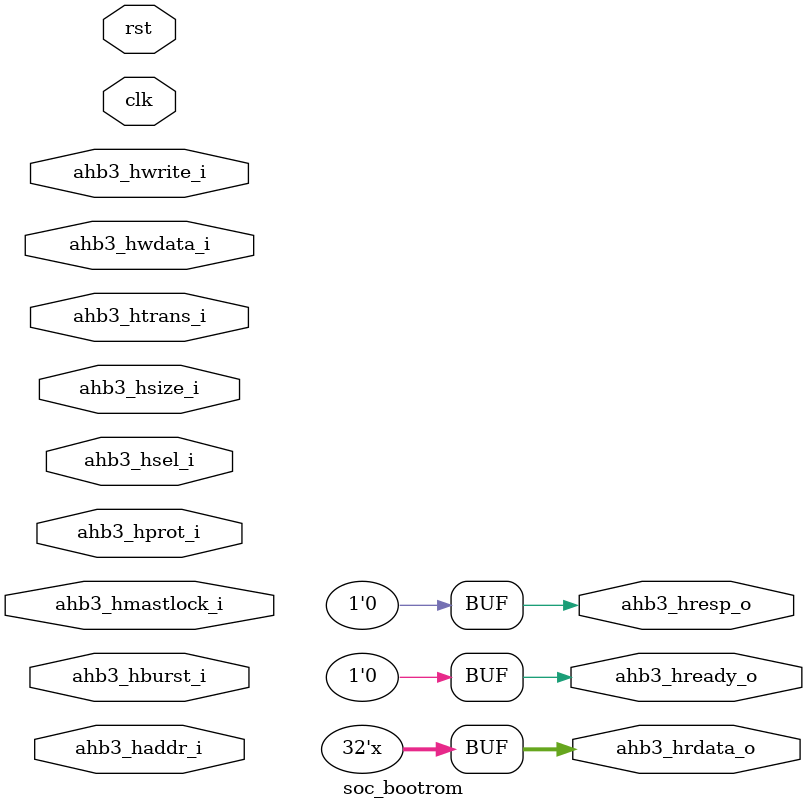
<source format=sv>

/* Copyright (c) 2019-2020 by the author(s)
 *
 * Permission is hereby granted, free of charge, to any person obtaining a copy
 * of this software and associated documentation files (the "Software"), to deal
 * in the Software without restriction, including without limitation the rights
 * to use, copy, modify, merge, publish, distribute, sublicense, and/or sell
 * copies of the Software, and to permit persons to whom the Software is
 * furnished to do so, subject to the following conditions:
 *
 * The above copyright notice and this permission notice shall be included in
 * all copies or substantial portions of the Software.
 *
 * THE SOFTWARE IS PROVIDED "AS IS", WITHOUT WARRANTY OF ANY KIND, EXPRESS OR
 * IMPLIED, INCLUDING BUT NOT LIMITED TO THE WARRANTIES OF MERCHANTABILITY,
 * FITNESS FOR A PARTICULAR PURPOSE AND NONINFRINGEMENT. IN NO EVENT SHALL THE
 * AUTHORS OR COPYRIGHT HOLDERS BE LIABLE FOR ANY CLAIM, DAMAGES OR OTHER
 * LIABILITY, WHETHER IN AN ACTION OF CONTRACT, TORT OR OTHERWISE, ARISING FROM,
 * OUT OF OR IN CONNECTION WITH THE SOFTWARE OR THE USE OR OTHER DEALINGS IN
 * THE SOFTWARE.
 *
 * =============================================================================
 * Author(s):
 *   Paco Reina Campo <pacoreinacampo@queenfield.tech>
 */

module soc_bootrom #(
  parameter PLEN = 32,
  parameter XLEN = 32
) (
  input clk,
  input rst,

  input            ahb3_hsel_i,
  input [PLEN-1:0] ahb3_haddr_i,
  input [XLEN-1:0] ahb3_hwdata_i,
  input            ahb3_hwrite_i,
  input [     2:0] ahb3_hsize_i,
  input [     2:0] ahb3_hburst_i,
  input [     3:0] ahb3_hprot_i,
  input [     1:0] ahb3_htrans_i,
  input            ahb3_hmastlock_i,

  output reg [XLEN-1:0] ahb3_hrdata_o,
  output                ahb3_hready_o,
  output                ahb3_hresp_o
);

  //////////////////////////////////////////////////////////////////////////////
  // Module Body
  //////////////////////////////////////////////////////////////////////////////
  assign ahb3_hready_o = 1'b0;
  assign ahb3_hresp_o  = 1'b0;

  always @(*) begin
    case (ahb3_haddr_i[7:2])
      `include "soc_bootrom_code.sv"
      default: ahb3_hrdata_o = 32'hx;
    endcase
  end
endmodule

</source>
